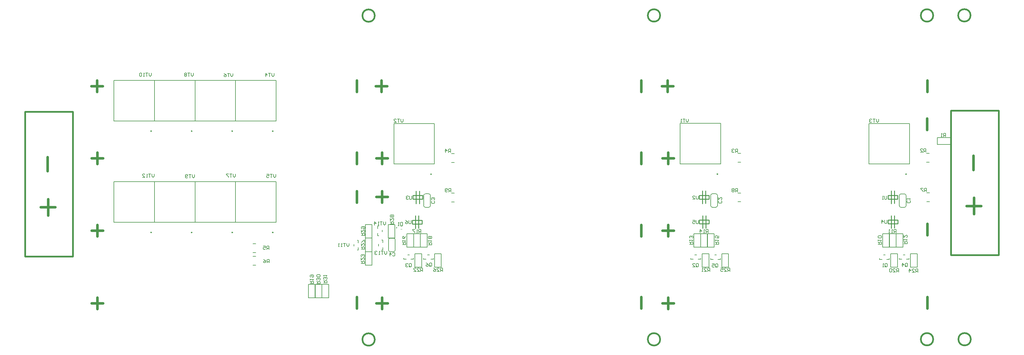
<source format=gbo>
G04*
G04 #@! TF.GenerationSoftware,Altium Limited,Altium Designer,21.6.4 (81)*
G04*
G04 Layer_Color=32896*
%FSLAX43Y43*%
%MOMM*%
G71*
G04*
G04 #@! TF.SameCoordinates,3B1B0440-9CC4-4517-B04E-561091F89696*
G04*
G04*
G04 #@! TF.FilePolarity,Positive*
G04*
G01*
G75*
%ADD10C,0.150*%
%ADD11C,0.508*%
%ADD12C,0.254*%
%ADD13C,0.200*%
%ADD14C,0.762*%
%ADD55C,0.250*%
%ADD56C,0.100*%
D10*
X144104Y174728D02*
G03*
X143604Y175228I-500J0D01*
G01*
X142604D02*
G03*
X142104Y174728I0J-500D01*
G01*
X143604Y171228D02*
G03*
X144104Y171728I0J500D01*
G01*
X142104D02*
G03*
X142604Y171228I500J0D01*
G01*
X152518Y184860D02*
G03*
X153018Y184360I500J0D01*
G01*
X154018D02*
G03*
X154518Y184860I0J500D01*
G01*
X153018Y188360D02*
G03*
X152518Y187860I0J-500D01*
G01*
X154518D02*
G03*
X154018Y188360I-500J0D01*
G01*
X237455Y184877D02*
G03*
X237955Y184377I500J0D01*
G01*
X238955D02*
G03*
X239455Y184877I0J500D01*
G01*
X237955Y188377D02*
G03*
X237455Y187877I0J-500D01*
G01*
X239455D02*
G03*
X238955Y188377I-500J0D01*
G01*
X293284Y184842D02*
G03*
X293784Y184342I500J0D01*
G01*
X294784D02*
G03*
X295284Y184842I0J500D01*
G01*
X293784Y188342D02*
G03*
X293284Y187842I0J-500D01*
G01*
X295284D02*
G03*
X294784Y188342I-500J0D01*
G01*
X304553Y202962D02*
X308553D01*
Y204962D01*
X304553D02*
X308553D01*
X304553Y202962D02*
Y204962D01*
X142104Y171728D02*
Y174728D01*
X144104Y171728D02*
Y174728D01*
X142604Y175228D02*
X143604D01*
X142604Y171228D02*
X143604D01*
X144027Y175241D02*
Y179241D01*
X142027D02*
X144027D01*
X142027Y175241D02*
Y179241D01*
Y175241D02*
X144027D01*
X135246Y171246D02*
Y175246D01*
Y171246D02*
X137246D01*
Y175246D01*
X135246D02*
X137246D01*
X135246Y175241D02*
X137246D01*
X135246D02*
Y179241D01*
X137246D01*
Y175241D02*
Y179241D01*
Y167232D02*
Y171232D01*
X135246D02*
X137246D01*
X135246Y167232D02*
Y171232D01*
Y167232D02*
X137246D01*
X120405Y157545D02*
Y161545D01*
X118405D02*
X120405D01*
X118405Y157545D02*
Y161545D01*
Y157545D02*
X120405D01*
X120412D02*
Y161545D01*
Y157545D02*
X122412D01*
Y161545D01*
X120412D02*
X122412D01*
X122419Y157545D02*
Y161545D01*
Y157545D02*
X124419D01*
Y161545D01*
X122419D02*
X124419D01*
X147539Y172574D02*
X149539D01*
X147539D02*
Y176574D01*
X149539D01*
Y172574D02*
Y176574D01*
X149546Y172574D02*
X151546D01*
X149546D02*
Y176574D01*
X151546D01*
Y172574D02*
Y176574D01*
X151552Y172574D02*
X153552D01*
X151552D02*
Y176574D01*
X153552D01*
Y172574D02*
Y176574D01*
X155743Y166647D02*
X157743D01*
X155743D02*
Y170647D01*
X157743D01*
Y166647D02*
Y170647D01*
X149927Y170635D02*
X151927D01*
Y166635D02*
Y170635D01*
X149927Y166635D02*
X151927D01*
X149927D02*
Y170635D01*
X153018Y184360D02*
X154018D01*
X153018Y188360D02*
X154018D01*
X154518Y184860D02*
Y187860D01*
X152518Y184860D02*
Y187860D01*
X234483Y172549D02*
X236483D01*
X234483D02*
Y176549D01*
X236483D01*
Y172549D02*
Y176549D01*
X232502Y172549D02*
X234502D01*
X232502D02*
Y176549D01*
X234502D01*
Y172549D02*
Y176549D01*
X236490Y172549D02*
X238490D01*
X236490D02*
Y176549D01*
X238490D01*
Y172549D02*
Y176549D01*
X234915Y170609D02*
X236915D01*
Y166609D02*
Y170609D01*
X234915Y166609D02*
X236915D01*
X234915D02*
Y170609D01*
X240732Y166621D02*
X242732D01*
X240732D02*
Y170621D01*
X242732D01*
Y166621D02*
Y170621D01*
X237955Y184377D02*
X238955D01*
X237955Y188377D02*
X238955D01*
X239455Y184877D02*
Y187877D01*
X237455Y184877D02*
Y187877D01*
X296561Y166617D02*
X298561D01*
X296561D02*
Y170617D01*
X298561D01*
Y166617D02*
Y170617D01*
X290744D02*
X292744D01*
Y166617D02*
Y170617D01*
X290744Y166617D02*
X292744D01*
X290744D02*
Y170617D01*
X290313Y172574D02*
X292313D01*
X290313D02*
Y176574D01*
X292313D01*
Y172574D02*
Y176574D01*
X292319Y172574D02*
X294319D01*
X292319D02*
Y176574D01*
X294319D01*
Y172574D02*
Y176574D01*
X288357Y172574D02*
X290357D01*
X288357D02*
Y176574D01*
X290357D01*
Y172574D02*
Y176574D01*
X293784Y184342D02*
X294784D01*
X293784Y188342D02*
X294784D01*
X295284Y184842D02*
Y187842D01*
X293284Y184842D02*
Y187842D01*
D11*
X303304Y241148D02*
G03*
X303304Y241148I-1832J0D01*
G01*
X222507D02*
G03*
X222507Y241148I-1832J0D01*
G01*
X138052Y241097D02*
G03*
X138052Y241097I-1832J0D01*
G01*
X314429Y145313D02*
G03*
X314429Y145313I-1832J0D01*
G01*
X222507Y145288D02*
G03*
X222507Y145288I-1832J0D01*
G01*
X303304Y145313D02*
G03*
X303304Y145313I-1832J0D01*
G01*
X314353Y241173D02*
G03*
X314353Y241173I-1832J0D01*
G01*
X138052Y145237D02*
G03*
X138052Y145237I-1832J0D01*
G01*
X48717Y169799D02*
Y212598D01*
X34620Y169799D02*
Y212598D01*
X48717D01*
X34620Y169799D02*
X48717D01*
X308610Y170180D02*
X322707D01*
X308610Y212979D02*
X322707D01*
X308610Y170180D02*
Y212979D01*
X322707Y170180D02*
Y212979D01*
D12*
X149352Y186792D02*
Y187858D01*
X152222Y186792D02*
Y187858D01*
X149352D02*
X152222D01*
X149352Y186792D02*
X152222D01*
X151232Y185471D02*
Y189179D01*
X150292Y185445D02*
Y189179D01*
X149174Y179451D02*
Y180518D01*
X152044Y179451D02*
Y180518D01*
X149174D02*
X152044D01*
X149174Y179451D02*
X152044D01*
X151054Y178130D02*
Y181839D01*
X150114Y178105D02*
Y181839D01*
X234112Y179502D02*
Y180569D01*
X236982Y179502D02*
Y180569D01*
X234112D02*
X236982D01*
X234112Y179502D02*
X236982D01*
X235991Y178181D02*
Y181889D01*
X235052Y178156D02*
Y181889D01*
X234086Y186817D02*
Y187884D01*
X236957Y186817D02*
Y187884D01*
X234086D02*
X236957D01*
X234086Y186817D02*
X236957D01*
X235966Y185496D02*
Y189205D01*
X235026Y185471D02*
Y189205D01*
X289916Y186817D02*
Y187884D01*
X292786Y186817D02*
Y187884D01*
X289916D02*
X292786D01*
X289916Y186817D02*
X292786D01*
X291795Y185496D02*
Y189205D01*
X290855Y185471D02*
Y189205D01*
X289941Y179527D02*
Y180594D01*
X292811Y179527D02*
Y180594D01*
X289941D02*
X292811D01*
X289941Y179527D02*
X292811D01*
X291821Y178206D02*
Y181915D01*
X290881Y178181D02*
Y181915D01*
D13*
X144509Y178208D02*
G03*
X144509Y178408I0J100D01*
G01*
D02*
G03*
X144509Y178208I0J-100D01*
G01*
X139152Y172937D02*
Y173469D01*
X140129Y174653D02*
X140452D01*
Y171753D02*
Y172519D01*
Y173887D02*
Y174653D01*
X140129Y171753D02*
X140452D01*
X131887Y172911D02*
Y173443D01*
X132864Y174627D02*
X133187D01*
Y171727D02*
Y172493D01*
Y173861D02*
Y174627D01*
X132864Y171727D02*
X133187D01*
X101977Y170988D02*
X102823D01*
X101977Y173588D02*
X102823D01*
X101977Y167254D02*
X102823D01*
X101977Y169854D02*
X102823D01*
X96863Y191924D02*
X108863D01*
X96863Y179924D02*
X108863D01*
Y191924D01*
X96863Y179924D02*
Y191924D01*
X84863D02*
X96863D01*
X84863Y179924D02*
X96863D01*
Y191924D01*
X84863Y179924D02*
Y191924D01*
X72863D02*
X84863D01*
X72863Y179924D02*
X84863D01*
Y191924D01*
X72863Y179924D02*
Y191924D01*
X60863D02*
X72863D01*
X60863Y179924D02*
X72863D01*
Y191924D01*
X60863Y179924D02*
Y191924D01*
Y221924D02*
X72863D01*
X60863Y209924D02*
X72863D01*
Y221924D01*
X60863Y209924D02*
Y221924D01*
X72863D02*
X84863D01*
X72863Y209924D02*
X84863D01*
Y221924D01*
X72863Y209924D02*
Y221924D01*
X84863D02*
X96863D01*
X84863Y209924D02*
X96863D01*
Y221924D01*
X84863Y209924D02*
Y221924D01*
X96863D02*
X108863D01*
X96863Y209924D02*
X108863D01*
Y221924D01*
X96863Y209924D02*
Y221924D01*
X138923Y178818D02*
X139246D01*
X138923Y175918D02*
Y176684D01*
Y178052D02*
Y178818D01*
Y175918D02*
X139246D01*
X140223Y177102D02*
Y177634D01*
X146581Y168997D02*
Y169320D01*
X148715Y168997D02*
X149481D01*
X146581D02*
X147347D01*
X149481D02*
Y169320D01*
X147765Y170297D02*
X148297D01*
X152484Y168976D02*
Y169299D01*
X154618Y168976D02*
X155384D01*
X152484D02*
X153250D01*
X155384D02*
Y169299D01*
X153668Y170276D02*
X154200D01*
X143708Y197173D02*
Y209173D01*
X155708Y197173D02*
Y209173D01*
X143708Y197173D02*
X155708D01*
X143708Y209173D02*
X155708D01*
X160787Y185974D02*
X161633D01*
X160787Y188574D02*
X161633D01*
X160791Y197658D02*
X161637D01*
X160791Y200258D02*
X161637D01*
X231570Y168971D02*
Y169294D01*
X233704Y168971D02*
X234470D01*
X231570D02*
X232336D01*
X234470D02*
Y169294D01*
X232754Y170271D02*
X233286D01*
X237422Y168951D02*
Y169274D01*
X239556Y168951D02*
X240322D01*
X237422D02*
X238188D01*
X240322D02*
Y169274D01*
X238606Y170251D02*
X239138D01*
X245525Y186000D02*
X246371D01*
X245525Y188600D02*
X246371D01*
X245525Y197698D02*
X246371D01*
X245525Y200298D02*
X246371D01*
X228442Y197198D02*
Y209198D01*
X240442Y197198D02*
Y209198D01*
X228442Y197198D02*
X240442D01*
X228442Y209198D02*
X240442D01*
X293251Y168976D02*
Y169299D01*
X295385Y168976D02*
X296151D01*
X293251D02*
X294017D01*
X296151D02*
Y169299D01*
X294435Y170276D02*
X294967D01*
X287399Y168967D02*
Y169290D01*
X289533Y168967D02*
X290299D01*
X287399D02*
X288165D01*
X290299D02*
Y169290D01*
X288583Y170267D02*
X289115D01*
X284286Y197183D02*
Y209183D01*
X296286Y197183D02*
Y209183D01*
X284286Y197183D02*
X296286D01*
X284286Y209183D02*
X296286D01*
X301329Y197709D02*
X302175D01*
X301329Y200309D02*
X302175D01*
X301380Y186025D02*
X302226D01*
X301380Y188625D02*
X302226D01*
X134095Y176010D02*
X135094D01*
Y176510D01*
X134928Y176676D01*
X134595D01*
X134428Y176510D01*
Y176010D01*
Y176343D02*
X134095Y176676D01*
Y177676D02*
Y177010D01*
X134761Y177676D01*
X134928D01*
X135094Y177509D01*
Y177176D01*
X134928Y177010D01*
X134261Y178009D02*
X134095Y178176D01*
Y178509D01*
X134261Y178676D01*
X134928D01*
X135094Y178509D01*
Y178176D01*
X134928Y178009D01*
X134761D01*
X134595Y178176D01*
Y178676D01*
X72793Y194251D02*
Y193585D01*
X72460Y193251D01*
X72127Y193585D01*
Y194251D01*
X71794D02*
X71127D01*
X71460D01*
Y193251D01*
X70794D02*
X70461D01*
X70627D01*
Y194251D01*
X70794Y194084D01*
X69294Y193251D02*
X69961D01*
X69294Y193918D01*
Y194084D01*
X69461Y194251D01*
X69794D01*
X69961Y194084D01*
X71930Y224096D02*
Y223430D01*
X71596Y223096D01*
X71263Y223430D01*
Y224096D01*
X70930D02*
X70264D01*
X70597D01*
Y223096D01*
X69930D02*
X69597D01*
X69764D01*
Y224096D01*
X69930Y223929D01*
X69097D02*
X68931Y224096D01*
X68597D01*
X68431Y223929D01*
Y223263D01*
X68597Y223096D01*
X68931D01*
X69097Y223263D01*
Y223929D01*
X84721Y194073D02*
Y193407D01*
X84388Y193074D01*
X84055Y193407D01*
Y194073D01*
X83721D02*
X83055D01*
X83388D01*
Y193074D01*
X82722Y193240D02*
X82555Y193074D01*
X82222D01*
X82055Y193240D01*
Y193907D01*
X82222Y194073D01*
X82555D01*
X82722Y193907D01*
Y193740D01*
X82555Y193573D01*
X82055D01*
X84391Y224147D02*
Y223480D01*
X84058Y223147D01*
X83724Y223480D01*
Y224147D01*
X83391D02*
X82725D01*
X83058D01*
Y223147D01*
X82392Y223980D02*
X82225Y224147D01*
X81892D01*
X81725Y223980D01*
Y223814D01*
X81892Y223647D01*
X81725Y223480D01*
Y223314D01*
X81892Y223147D01*
X82225D01*
X82392Y223314D01*
Y223480D01*
X82225Y223647D01*
X82392Y223814D01*
Y223980D01*
X82225Y223647D02*
X81892D01*
X96812Y194200D02*
Y193534D01*
X96478Y193201D01*
X96145Y193534D01*
Y194200D01*
X95812D02*
X95145D01*
X95479D01*
Y193201D01*
X94812Y194200D02*
X94146D01*
Y194034D01*
X94812Y193367D01*
Y193201D01*
X96100Y223994D02*
Y223328D01*
X95767Y222995D01*
X95434Y223328D01*
Y223994D01*
X95101D02*
X94434D01*
X94767D01*
Y222995D01*
X93435Y223994D02*
X93768Y223828D01*
X94101Y223495D01*
Y223161D01*
X93934Y222995D01*
X93601D01*
X93435Y223161D01*
Y223328D01*
X93601Y223495D01*
X94101D01*
X108749Y194149D02*
Y193483D01*
X108416Y193150D01*
X108083Y193483D01*
Y194149D01*
X107750D02*
X107083D01*
X107417D01*
Y193150D01*
X106084Y194149D02*
X106750D01*
Y193650D01*
X106417Y193816D01*
X106250D01*
X106084Y193650D01*
Y193316D01*
X106250Y193150D01*
X106584D01*
X106750Y193316D01*
X108267Y224045D02*
Y223379D01*
X107934Y223046D01*
X107600Y223379D01*
Y224045D01*
X107267D02*
X106601D01*
X106934D01*
Y223046D01*
X105768D02*
Y224045D01*
X106268Y223545D01*
X105601D01*
X287134Y210456D02*
Y209790D01*
X286800Y209457D01*
X286467Y209790D01*
Y210456D01*
X286134D02*
X285468D01*
X285801D01*
Y209457D01*
X285134Y210290D02*
X284968Y210456D01*
X284635D01*
X284468Y210290D01*
Y210123D01*
X284635Y209956D01*
X284801D01*
X284635D01*
X284468Y209790D01*
Y209623D01*
X284635Y209457D01*
X284968D01*
X285134Y209623D01*
X146443Y210456D02*
Y209790D01*
X146110Y209457D01*
X145777Y209790D01*
Y210456D01*
X145443D02*
X144777D01*
X145110D01*
Y209457D01*
X143777D02*
X144444D01*
X143777Y210123D01*
Y210290D01*
X143944Y210456D01*
X144277D01*
X144444Y210290D01*
X230884Y210532D02*
Y209866D01*
X230551Y209533D01*
X230217Y209866D01*
Y210532D01*
X229884D02*
X229218D01*
X229551D01*
Y209533D01*
X228885D02*
X228551D01*
X228718D01*
Y210532D01*
X228885Y210366D01*
X289001Y166875D02*
Y167541D01*
X289168Y167708D01*
X289501D01*
X289668Y167541D01*
Y166875D01*
X289501Y166708D01*
X289168D01*
X289334Y167042D02*
X289001Y166708D01*
X289168D02*
X289001Y166875D01*
X288668Y166708D02*
X288335D01*
X288501D01*
Y167708D01*
X288668Y167541D01*
X146285Y179951D02*
Y178951D01*
X145785D01*
X145618Y179118D01*
Y179784D01*
X145785Y179951D01*
X146285D01*
X145285Y178951D02*
X144952D01*
X145118D01*
Y179951D01*
X145285Y179784D01*
X141297Y180103D02*
Y179437D01*
X140964Y179104D01*
X140631Y179437D01*
Y180103D01*
X140297D02*
X139631D01*
X139964D01*
Y179104D01*
X139298D02*
X138964D01*
X139131D01*
Y180103D01*
X139298Y179937D01*
X137965Y179104D02*
Y180103D01*
X138465Y179603D01*
X137798D01*
X130437Y173702D02*
Y173036D01*
X130104Y172703D01*
X129771Y173036D01*
Y173702D01*
X129437D02*
X128771D01*
X129104D01*
Y172703D01*
X128438D02*
X128104D01*
X128271D01*
Y173702D01*
X128438Y173536D01*
X127605Y172703D02*
X127271D01*
X127438D01*
Y173702D01*
X127605Y173536D01*
X141602Y171391D02*
Y170725D01*
X141269Y170391D01*
X140935Y170725D01*
Y171391D01*
X140602D02*
X139936D01*
X140269D01*
Y170391D01*
X139602D02*
X139269D01*
X139436D01*
Y171391D01*
X139602Y171224D01*
X138769D02*
X138603Y171391D01*
X138270D01*
X138103Y171224D01*
Y171058D01*
X138270Y170891D01*
X138436D01*
X138270D01*
X138103Y170725D01*
Y170558D01*
X138270Y170391D01*
X138603D01*
X138769Y170558D01*
X148813Y180484D02*
Y179651D01*
X148647Y179485D01*
X148314D01*
X148147Y179651D01*
Y180484D01*
X147147D02*
X147481Y180318D01*
X147814Y179984D01*
Y179651D01*
X147647Y179485D01*
X147314D01*
X147147Y179651D01*
Y179818D01*
X147314Y179984D01*
X147814D01*
X233802Y180535D02*
Y179702D01*
X233635Y179535D01*
X233302D01*
X233135Y179702D01*
Y180535D01*
X232136D02*
X232802D01*
Y180035D01*
X232469Y180202D01*
X232302D01*
X232136Y180035D01*
Y179702D01*
X232302Y179535D01*
X232636D01*
X232802Y179702D01*
X289631Y180611D02*
Y179778D01*
X289464Y179612D01*
X289131D01*
X288965Y179778D01*
Y180611D01*
X288132Y179612D02*
Y180611D01*
X288631Y180111D01*
X287965D01*
X149017Y187698D02*
Y186865D01*
X148850Y186698D01*
X148517D01*
X148350Y186865D01*
Y187698D01*
X148017Y187531D02*
X147850Y187698D01*
X147517D01*
X147351Y187531D01*
Y187365D01*
X147517Y187198D01*
X147684D01*
X147517D01*
X147351Y187031D01*
Y186865D01*
X147517Y186698D01*
X147850D01*
X148017Y186865D01*
X233802Y187749D02*
Y186916D01*
X233635Y186749D01*
X233302D01*
X233135Y186916D01*
Y187749D01*
X232136Y186749D02*
X232802D01*
X232136Y187415D01*
Y187582D01*
X232302Y187749D01*
X232636D01*
X232802Y187582D01*
X289566Y187698D02*
Y186865D01*
X289399Y186698D01*
X289066D01*
X288900Y186865D01*
Y187698D01*
X288566Y186698D02*
X288233D01*
X288400D01*
Y187698D01*
X288566Y187531D01*
X122919Y161978D02*
X123918D01*
Y162478D01*
X123752Y162644D01*
X123419D01*
X123252Y162478D01*
Y161978D01*
Y162311D02*
X122919Y162644D01*
X123752Y162978D02*
X123918Y163144D01*
Y163477D01*
X123752Y163644D01*
X123585D01*
X123419Y163477D01*
Y163311D01*
Y163477D01*
X123252Y163644D01*
X123085D01*
X122919Y163477D01*
Y163144D01*
X123085Y162978D01*
X122919Y163977D02*
Y164310D01*
Y164144D01*
X123918D01*
X123752Y163977D01*
X120887Y161760D02*
X121886D01*
Y162260D01*
X121720Y162427D01*
X121387D01*
X121220Y162260D01*
Y161760D01*
Y162094D02*
X120887Y162427D01*
X121720Y162760D02*
X121886Y162927D01*
Y163260D01*
X121720Y163427D01*
X121553D01*
X121387Y163260D01*
Y163093D01*
Y163260D01*
X121220Y163427D01*
X121053D01*
X120887Y163260D01*
Y162927D01*
X121053Y162760D01*
X121720Y163760D02*
X121886Y163926D01*
Y164260D01*
X121720Y164426D01*
X121053D01*
X120887Y164260D01*
Y163926D01*
X121053Y163760D01*
X121720D01*
X142629Y179439D02*
X143629D01*
Y179939D01*
X143462Y180105D01*
X143129D01*
X142962Y179939D01*
Y179439D01*
Y179772D02*
X142629Y180105D01*
Y181105D02*
Y180439D01*
X143296Y181105D01*
X143462D01*
X143629Y180938D01*
Y180605D01*
X143462Y180439D01*
Y181438D02*
X143629Y181605D01*
Y181938D01*
X143462Y182105D01*
X143296D01*
X143129Y181938D01*
X142962Y182105D01*
X142796D01*
X142629Y181938D01*
Y181605D01*
X142796Y181438D01*
X142962D01*
X143129Y181605D01*
X143296Y181438D01*
X143462D01*
X143129Y181605D02*
Y181938D01*
X134044Y171997D02*
X135044D01*
Y172497D01*
X134877Y172663D01*
X134544D01*
X134377Y172497D01*
Y171997D01*
Y172330D02*
X134044Y172663D01*
Y173663D02*
Y172996D01*
X134710Y173663D01*
X134877D01*
X135044Y173496D01*
Y173163D01*
X134877Y172996D01*
X135044Y173996D02*
Y174663D01*
X134877D01*
X134211Y173996D01*
X134044D01*
X158102Y165388D02*
Y166387D01*
X157602D01*
X157435Y166221D01*
Y165887D01*
X157602Y165721D01*
X158102D01*
X157768D02*
X157435Y165388D01*
X156436D02*
X157102D01*
X156436Y166054D01*
Y166221D01*
X156602Y166387D01*
X156935D01*
X157102Y166221D01*
X155436Y166387D02*
X155769Y166221D01*
X156102Y165887D01*
Y165554D01*
X155936Y165388D01*
X155603D01*
X155436Y165554D01*
Y165721D01*
X155603Y165887D01*
X156102D01*
X243115Y165362D02*
Y166362D01*
X242616D01*
X242449Y166195D01*
Y165862D01*
X242616Y165695D01*
X243115D01*
X242782D02*
X242449Y165362D01*
X241449D02*
X242116D01*
X241449Y166029D01*
Y166195D01*
X241616Y166362D01*
X241949D01*
X242116Y166195D01*
X240450Y166362D02*
X241116D01*
Y165862D01*
X240783Y166029D01*
X240616D01*
X240450Y165862D01*
Y165529D01*
X240616Y165362D01*
X240950D01*
X241116Y165529D01*
X298741Y165108D02*
Y166108D01*
X298242D01*
X298075Y165941D01*
Y165608D01*
X298242Y165441D01*
X298741D01*
X298408D02*
X298075Y165108D01*
X297075D02*
X297742D01*
X297075Y165775D01*
Y165941D01*
X297242Y166108D01*
X297575D01*
X297742Y165941D01*
X296242Y165108D02*
Y166108D01*
X296742Y165608D01*
X296076D01*
X134019Y167729D02*
X135018D01*
Y168229D01*
X134852Y168396D01*
X134518D01*
X134352Y168229D01*
Y167729D01*
Y168063D02*
X134019Y168396D01*
Y169396D02*
Y168729D01*
X134685Y169396D01*
X134852D01*
X135018Y169229D01*
Y168896D01*
X134852Y168729D01*
Y169729D02*
X135018Y169895D01*
Y170229D01*
X134852Y170395D01*
X134685D01*
X134518Y170229D01*
Y170062D01*
Y170229D01*
X134352Y170395D01*
X134185D01*
X134019Y170229D01*
Y169895D01*
X134185Y169729D01*
X152234Y165362D02*
Y166362D01*
X151734D01*
X151568Y166195D01*
Y165862D01*
X151734Y165695D01*
X152234D01*
X151901D02*
X151568Y165362D01*
X150568D02*
X151235D01*
X150568Y166029D01*
Y166195D01*
X150735Y166362D01*
X151068D01*
X151235Y166195D01*
X149568Y165362D02*
X150235D01*
X149568Y166029D01*
Y166195D01*
X149735Y166362D01*
X150068D01*
X150235Y166195D01*
X237183Y165388D02*
Y166387D01*
X236683D01*
X236517Y166221D01*
Y165887D01*
X236683Y165721D01*
X237183D01*
X236850D02*
X236517Y165388D01*
X235517D02*
X236183D01*
X235517Y166054D01*
Y166221D01*
X235684Y166387D01*
X236017D01*
X236183Y166221D01*
X235184Y165388D02*
X234851D01*
X235017D01*
Y166387D01*
X235184Y166221D01*
X293052Y165210D02*
Y166209D01*
X292552D01*
X292385Y166043D01*
Y165710D01*
X292552Y165543D01*
X293052D01*
X292719D02*
X292385Y165210D01*
X291386D02*
X292052D01*
X291386Y165876D01*
Y166043D01*
X291552Y166209D01*
X291886D01*
X292052Y166043D01*
X291053D02*
X290886Y166209D01*
X290553D01*
X290386Y166043D01*
Y165376D01*
X290553Y165210D01*
X290886D01*
X291053Y165376D01*
Y166043D01*
X118931Y161844D02*
X119931D01*
Y162344D01*
X119764Y162510D01*
X119431D01*
X119264Y162344D01*
Y161844D01*
Y162177D02*
X118931Y162510D01*
Y162843D02*
Y163177D01*
Y163010D01*
X119931D01*
X119764Y162843D01*
X119098Y163677D02*
X118931Y163843D01*
Y164176D01*
X119098Y164343D01*
X119764D01*
X119931Y164176D01*
Y163843D01*
X119764Y163677D01*
X119597D01*
X119431Y163843D01*
Y164343D01*
X153881Y173274D02*
X154881D01*
Y173774D01*
X154714Y173940D01*
X154381D01*
X154215Y173774D01*
Y173274D01*
Y173607D02*
X153881Y173940D01*
Y174273D02*
Y174607D01*
Y174440D01*
X154881D01*
X154714Y174273D01*
Y175107D02*
X154881Y175273D01*
Y175606D01*
X154714Y175773D01*
X154548D01*
X154381Y175606D01*
X154215Y175773D01*
X154048D01*
X153881Y175606D01*
Y175273D01*
X154048Y175107D01*
X154215D01*
X154381Y175273D01*
X154548Y175107D01*
X154714D01*
X154381Y175273D02*
Y175606D01*
X151719Y176818D02*
Y177817D01*
X151219D01*
X151053Y177651D01*
Y177317D01*
X151219Y177151D01*
X151719D01*
X151386D02*
X151053Y176818D01*
X150720D02*
X150386D01*
X150553D01*
Y177817D01*
X150720Y177651D01*
X149886Y177817D02*
X149220D01*
Y177651D01*
X149886Y176984D01*
Y176818D01*
X146236Y173299D02*
X147236D01*
Y173799D01*
X147069Y173966D01*
X146736D01*
X146569Y173799D01*
Y173299D01*
Y173632D02*
X146236Y173966D01*
Y174299D02*
Y174632D01*
Y174465D01*
X147236D01*
X147069Y174299D01*
X147236Y175798D02*
X147069Y175465D01*
X146736Y175132D01*
X146403D01*
X146236Y175299D01*
Y175632D01*
X146403Y175798D01*
X146569D01*
X146736Y175632D01*
Y175132D01*
X238794Y173426D02*
X239793D01*
Y173926D01*
X239627Y174093D01*
X239293D01*
X239127Y173926D01*
Y173426D01*
Y173759D02*
X238794Y174093D01*
Y174426D02*
Y174759D01*
Y174592D01*
X239793D01*
X239627Y174426D01*
X239793Y175925D02*
Y175259D01*
X239293D01*
X239460Y175592D01*
Y175759D01*
X239293Y175925D01*
X238960D01*
X238794Y175759D01*
Y175426D01*
X238960Y175259D01*
X236682Y176792D02*
Y177792D01*
X236182D01*
X236016Y177625D01*
Y177292D01*
X236182Y177125D01*
X236682D01*
X236349D02*
X236016Y176792D01*
X235683D02*
X235349D01*
X235516D01*
Y177792D01*
X235683Y177625D01*
X234350Y176792D02*
Y177792D01*
X234849Y177292D01*
X234183D01*
X231224Y173401D02*
X232224D01*
Y173901D01*
X232057Y174067D01*
X231724D01*
X231558Y173901D01*
Y173401D01*
Y173734D02*
X231224Y174067D01*
Y174400D02*
Y174734D01*
Y174567D01*
X232224D01*
X232057Y174400D01*
Y175234D02*
X232224Y175400D01*
Y175733D01*
X232057Y175900D01*
X231891D01*
X231724Y175733D01*
Y175567D01*
Y175733D01*
X231558Y175900D01*
X231391D01*
X231224Y175733D01*
Y175400D01*
X231391Y175234D01*
X294597Y173604D02*
X295597D01*
Y174104D01*
X295430Y174270D01*
X295097D01*
X294931Y174104D01*
Y173604D01*
Y173937D02*
X294597Y174270D01*
Y174604D02*
Y174937D01*
Y174770D01*
X295597D01*
X295430Y174604D01*
X294597Y176103D02*
Y175437D01*
X295264Y176103D01*
X295430D01*
X295597Y175937D01*
Y175603D01*
X295430Y175437D01*
X292294Y176792D02*
Y177792D01*
X291794D01*
X291628Y177625D01*
Y177292D01*
X291794Y177125D01*
X292294D01*
X291961D02*
X291628Y176792D01*
X291294D02*
X290961D01*
X291128D01*
Y177792D01*
X291294Y177625D01*
X290461Y176792D02*
X290128D01*
X290295D01*
Y177792D01*
X290461Y177625D01*
X287028Y173452D02*
X288028D01*
Y173951D01*
X287861Y174118D01*
X287528D01*
X287361Y173951D01*
Y173452D01*
Y173785D02*
X287028Y174118D01*
Y174451D02*
Y174785D01*
Y174618D01*
X288028D01*
X287861Y174451D01*
Y175284D02*
X288028Y175451D01*
Y175784D01*
X287861Y175951D01*
X287195D01*
X287028Y175784D01*
Y175451D01*
X287195Y175284D01*
X287861D01*
X306940Y205240D02*
Y206240D01*
X306440D01*
X306273Y206073D01*
Y205740D01*
X306440Y205573D01*
X306940D01*
X306606D02*
X306273Y205240D01*
X305940D02*
X305607D01*
X305773D01*
Y206240D01*
X305940Y206073D01*
X160548Y188908D02*
Y189908D01*
X160048D01*
X159882Y189741D01*
Y189408D01*
X160048Y189241D01*
X160548D01*
X160215D02*
X159882Y188908D01*
X159549Y189075D02*
X159382Y188908D01*
X159049D01*
X158882Y189075D01*
Y189741D01*
X159049Y189908D01*
X159382D01*
X159549Y189741D01*
Y189574D01*
X159382Y189408D01*
X158882D01*
X245410Y188933D02*
Y189933D01*
X244910D01*
X244743Y189766D01*
Y189433D01*
X244910Y189267D01*
X245410D01*
X245076D02*
X244743Y188933D01*
X244410Y189766D02*
X244243Y189933D01*
X243910D01*
X243744Y189766D01*
Y189600D01*
X243910Y189433D01*
X243744Y189267D01*
Y189100D01*
X243910Y188933D01*
X244243D01*
X244410Y189100D01*
Y189267D01*
X244243Y189433D01*
X244410Y189600D01*
Y189766D01*
X244243Y189433D02*
X243910D01*
X301315Y188984D02*
Y189984D01*
X300815D01*
X300649Y189817D01*
Y189484D01*
X300815Y189317D01*
X301315D01*
X300982D02*
X300649Y188984D01*
X300315Y189984D02*
X299649D01*
Y189817D01*
X300315Y189151D01*
Y188984D01*
X106802Y167953D02*
Y168953D01*
X106302D01*
X106135Y168786D01*
Y168453D01*
X106302Y168286D01*
X106802D01*
X106469D02*
X106135Y167953D01*
X105136Y168953D02*
X105469Y168786D01*
X105802Y168453D01*
Y168120D01*
X105636Y167953D01*
X105302D01*
X105136Y168120D01*
Y168286D01*
X105302Y168453D01*
X105802D01*
X106726Y171890D02*
Y172890D01*
X106226D01*
X106059Y172723D01*
Y172390D01*
X106226Y172223D01*
X106726D01*
X106392D02*
X106059Y171890D01*
X105060Y172890D02*
X105726D01*
Y172390D01*
X105393Y172556D01*
X105226D01*
X105060Y172390D01*
Y172057D01*
X105226Y171890D01*
X105559D01*
X105726Y172057D01*
X160497Y200617D02*
Y201617D01*
X159998D01*
X159831Y201450D01*
Y201117D01*
X159998Y200951D01*
X160497D01*
X160164D02*
X159831Y200617D01*
X158998D02*
Y201617D01*
X159498Y201117D01*
X158831D01*
X245410Y200617D02*
Y201617D01*
X244910D01*
X244743Y201450D01*
Y201117D01*
X244910Y200951D01*
X245410D01*
X245076D02*
X244743Y200617D01*
X244410Y201450D02*
X244243Y201617D01*
X243910D01*
X243744Y201450D01*
Y201284D01*
X243910Y201117D01*
X244077D01*
X243910D01*
X243744Y200951D01*
Y200784D01*
X243910Y200617D01*
X244243D01*
X244410Y200784D01*
X301163Y200694D02*
Y201693D01*
X300663D01*
X300496Y201527D01*
Y201193D01*
X300663Y201027D01*
X301163D01*
X300829D02*
X300496Y200694D01*
X299497D02*
X300163D01*
X299497Y201360D01*
Y201527D01*
X299663Y201693D01*
X299996D01*
X300163Y201527D01*
X154218Y167078D02*
Y167745D01*
X154384Y167911D01*
X154717D01*
X154884Y167745D01*
Y167078D01*
X154717Y166912D01*
X154384D01*
X154551Y167245D02*
X154218Y166912D01*
X154384D02*
X154218Y167078D01*
X153218Y167911D02*
X153551Y167745D01*
X153884Y167411D01*
Y167078D01*
X153718Y166912D01*
X153385D01*
X153218Y167078D01*
Y167245D01*
X153385Y167411D01*
X153884D01*
X238927Y166799D02*
Y167465D01*
X239093Y167632D01*
X239426D01*
X239593Y167465D01*
Y166799D01*
X239426Y166632D01*
X239093D01*
X239260Y166965D02*
X238927Y166632D01*
X239093D02*
X238927Y166799D01*
X237927Y167632D02*
X238593D01*
Y167132D01*
X238260Y167299D01*
X238094D01*
X237927Y167132D01*
Y166799D01*
X238094Y166632D01*
X238427D01*
X238593Y166799D01*
X295010Y166977D02*
Y167643D01*
X295176Y167810D01*
X295510D01*
X295676Y167643D01*
Y166977D01*
X295510Y166810D01*
X295176D01*
X295343Y167143D02*
X295010Y166810D01*
X295176D02*
X295010Y166977D01*
X294177Y166810D02*
Y167810D01*
X294677Y167310D01*
X294010D01*
X148198Y166875D02*
Y167541D01*
X148364Y167708D01*
X148698D01*
X148864Y167541D01*
Y166875D01*
X148698Y166708D01*
X148364D01*
X148531Y167042D02*
X148198Y166708D01*
X148364D02*
X148198Y166875D01*
X147865Y167541D02*
X147698Y167708D01*
X147365D01*
X147198Y167541D01*
Y167375D01*
X147365Y167208D01*
X147531D01*
X147365D01*
X147198Y167042D01*
Y166875D01*
X147365Y166708D01*
X147698D01*
X147865Y166875D01*
X233161D02*
Y167541D01*
X233327Y167708D01*
X233661D01*
X233827Y167541D01*
Y166875D01*
X233661Y166708D01*
X233327D01*
X233494Y167042D02*
X233161Y166708D01*
X233327D02*
X233161Y166875D01*
X232161Y166708D02*
X232828D01*
X232161Y167375D01*
Y167541D01*
X232328Y167708D01*
X232661D01*
X232828Y167541D01*
X143346Y170793D02*
X143513Y170959D01*
X143846D01*
X144013Y170793D01*
Y170126D01*
X143846Y169960D01*
X143513D01*
X143346Y170126D01*
X142513Y169960D02*
Y170959D01*
X143013Y170459D01*
X142347D01*
X155629Y186193D02*
X155795Y186027D01*
Y185693D01*
X155629Y185527D01*
X154962D01*
X154796Y185693D01*
Y186027D01*
X154962Y186193D01*
X155629Y186526D02*
X155795Y186693D01*
Y187026D01*
X155629Y187193D01*
X155462D01*
X155296Y187026D01*
Y186860D01*
Y187026D01*
X155129Y187193D01*
X154962D01*
X154796Y187026D01*
Y186693D01*
X154962Y186526D01*
X240617Y186269D02*
X240784Y186103D01*
Y185770D01*
X240617Y185603D01*
X239951D01*
X239784Y185770D01*
Y186103D01*
X239951Y186269D01*
X239784Y187269D02*
Y186603D01*
X240451Y187269D01*
X240617D01*
X240784Y187102D01*
Y186769D01*
X240617Y186603D01*
X296370Y186334D02*
X296537Y186168D01*
Y185835D01*
X296370Y185668D01*
X295704D01*
X295537Y185835D01*
Y186168D01*
X295704Y186334D01*
X295537Y186668D02*
Y187001D01*
Y186834D01*
X296537D01*
X296370Y186668D01*
D14*
X41224Y195072D02*
Y199263D01*
X41351Y181991D02*
Y186817D01*
X39192Y184404D02*
X43510D01*
X313182Y184785D02*
X317500D01*
X315341Y182372D02*
Y187198D01*
X315214Y195453D02*
Y199644D01*
X301574Y154432D02*
Y157818D01*
X301523Y176091D02*
Y179476D01*
X301574Y218567D02*
Y221953D01*
X301473Y207264D02*
Y210650D01*
X224697Y218567D02*
Y221953D01*
X223005Y220260D02*
X226390D01*
X224824Y197231D02*
Y200617D01*
X223132Y198924D02*
X226517D01*
X224824Y154305D02*
Y157691D01*
X223132Y155998D02*
X226517D01*
X224824Y175768D02*
Y179154D01*
X223132Y177461D02*
X226517D01*
X216916Y154432D02*
Y157818D01*
Y175768D02*
Y179154D01*
Y218567D02*
Y221953D01*
Y197231D02*
Y200617D01*
X140039Y218567D02*
Y221953D01*
X138346Y220260D02*
X141732D01*
X140166Y197231D02*
Y200617D01*
X138473Y198924D02*
X141859D01*
X140166Y154305D02*
Y157691D01*
X138473Y155998D02*
X141859D01*
X140166Y185768D02*
Y189154D01*
X138473Y187461D02*
X141859D01*
X132715Y154432D02*
Y157818D01*
Y185768D02*
Y189154D01*
Y218567D02*
Y221953D01*
Y197231D02*
Y200617D01*
X55838Y218567D02*
Y221953D01*
X54145Y220260D02*
X57531D01*
X55965Y197231D02*
Y200617D01*
X54272Y198924D02*
X57658D01*
X55965Y154305D02*
Y157691D01*
X54272Y155998D02*
X57658D01*
X55965Y175768D02*
Y179154D01*
X54272Y177461D02*
X57658D01*
D55*
X107988Y176924D02*
G03*
X107988Y176924I-125J0D01*
G01*
X95988D02*
G03*
X95988Y176924I-125J0D01*
G01*
X83988D02*
G03*
X83988Y176924I-125J0D01*
G01*
X71988D02*
G03*
X71988Y176924I-125J0D01*
G01*
Y206924D02*
G03*
X71988Y206924I-125J0D01*
G01*
X83988D02*
G03*
X83988Y206924I-125J0D01*
G01*
X95988D02*
G03*
X95988Y206924I-125J0D01*
G01*
X107988D02*
G03*
X107988Y206924I-125J0D01*
G01*
X154833Y194173D02*
G03*
X154833Y194173I-125J0D01*
G01*
X239567Y194198D02*
G03*
X239567Y194198I-125J0D01*
G01*
X295411Y194183D02*
G03*
X295411Y194183I-125J0D01*
G01*
D56*
X145709Y177908D02*
X146109D01*
X145709Y178708D02*
X146109D01*
M02*

</source>
